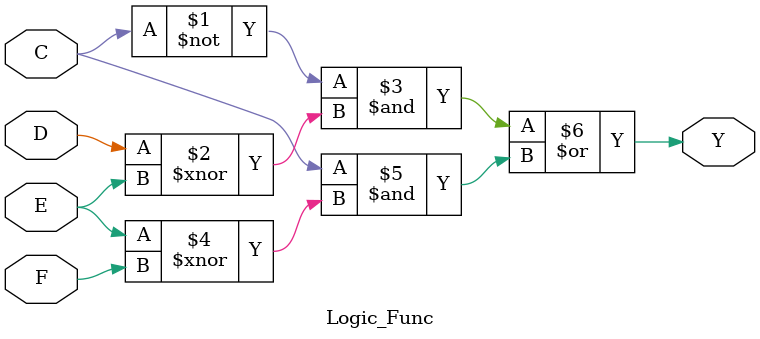
<source format=v>
/*
Instructions
-------------------
Students are not allowed to make any changes in the Module declaration.
This file is used to design 4 input logic function.

Recommended Quartus Version : 19.1
The submitted project file must be 19.1 compatible as the evaluation will be done on Quartus Prime Lite 19.1.

Warning: The error due to compatibility will not be entertained.
			Do not make any changes to Test_Bench_Vector.txt file. Violating will result into Disqualification.
-------------------
*/

//4 input logic function design
//Inputs  : C, D, E, F
//Output  : Y

//////////////////DO NOT MAKE ANY CHANGES IN MODULE//////////////////
module Logic_Func(
	input		C,       //INPUT C
	input		D,			//INPUT D
	input		E,       //INPUT E
	input		F,			//INPUT F
	output	Y			//OUTPUT Y
);

////////////////////////WRITE YOUR CODE FROM HERE//////////////////// 
	

assign Y = ((~C) & (D ~^ E)) | (C & (E ~^ F));
	

////////////////////////YOUR CODE ENDS HERE//////////////////////////
endmodule
///////////////////////////////MODULE ENDS///////////////////////////
</source>
